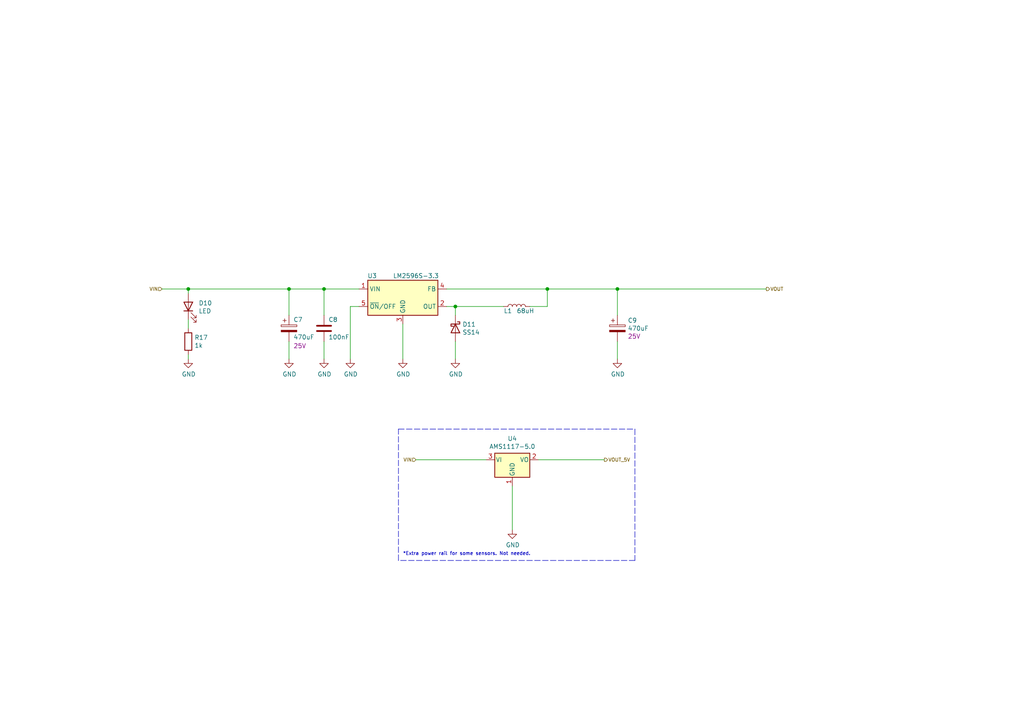
<source format=kicad_sch>
(kicad_sch (version 20211123) (generator eeschema)
  (paper "A4")
  (title_block (title "Power Supply") (date "2021-06-10") (rev "0.1") (comment 1 "https://github.com/enriquewph/esp32-ups-monitor"))
  (lib_symbols
    (symbol "Device:C" (pin_numbers hide) (pin_names (offset 0.254))
      (property "Reference" "C" (at 0.635 2.54 0))
      (property "Value" "C" (at 0.635 -2.54 0))
      (symbol "C_0_1"
        (polyline (pts (xy -2.032 -0.762) (xy 2.032 -0.762)) (stroke (width 0.508)))
        (polyline (pts (xy -2.032 0.762) (xy 2.032 0.762)) (stroke (width 0.508)))
      )
      (symbol "C_1_1"
        (pin passive line (at 0 3.81 270) (length 2.794) (name "~") (number "1"))
        (pin passive line (at 0 -3.81 90) (length 2.794) (name "~") (number "2"))
      )
    )
    (symbol "Device:L" (pin_numbers hide) (pin_names (offset 1.016) hide)
      (property "Reference" "L" (at -1.27 0 90))
      (property "Value" "L" (at 1.905 0 90))
      (symbol "L_0_1"
        (arc (start 0 -2.54) (mid 0.635 -1.905) (end 0 -1.27))
        (arc (start 0 -1.27) (mid 0.635 -0.635) (end 0 0))
        (arc (start 0 0) (mid 0.635 0.635) (end 0 1.27))
        (arc (start 0 1.27) (mid 0.635 1.905) (end 0 2.54))
      )
      (symbol "L_1_1"
        (pin passive line (at 0 3.81 270) (length 1.27) (name "1") (number "1"))
        (pin passive line (at 0 -3.81 90) (length 1.27) (name "2") (number "2"))
      )
    )
    (symbol "Device:LED" (pin_numbers hide) (pin_names (offset 1.016) hide)
      (property "Reference" "D" (at 0 2.54 0))
      (property "Value" "LED" (at 0 -2.54 0))
      (symbol "LED_0_1"
        (polyline (pts (xy -1.27 -1.27) (xy -1.27 1.27)) (stroke (width 0.254)))
        (polyline (pts (xy -1.27 0) (xy 1.27 0)))
        (polyline (pts (xy 1.27 -1.27) (xy 1.27 1.27) (xy -1.27 0) (xy 1.27 -1.27)) (stroke (width 0.254)))
        (polyline (pts (xy -3.048 -0.762) (xy -4.572 -2.286) (xy -3.81 -2.286) (xy -4.572 -2.286) (xy -4.572 -1.524)))
        (polyline (pts (xy -1.778 -0.762) (xy -3.302 -2.286) (xy -2.54 -2.286) (xy -3.302 -2.286) (xy -3.302 -1.524)))
      )
      (symbol "LED_1_1"
        (pin passive line (at -3.81 0 0) (length 2.54) (name "K") (number "1"))
        (pin passive line (at 3.81 0 180) (length 2.54) (name "A") (number "2"))
      )
    )
    (symbol "Device:R" (pin_numbers hide) (pin_names (offset 0))
      (property "Reference" "R" (at 2.032 0 90))
      (property "Value" "R" (at 0 0 90))
      (symbol "R_0_1"
        (rectangle (start -1.016 -2.54) (end 1.016 2.54) (stroke (width 0.254)))
      )
      (symbol "R_1_1"
        (pin passive line (at 0 3.81 270) (length 1.27) (name "~") (number "1"))
        (pin passive line (at 0 -3.81 90) (length 1.27) (name "~") (number "2"))
      )
    )
    (symbol "Diode:1N5822" (pin_numbers hide) (pin_names (offset 1.016) hide)
      (property "Reference" "D" (at 0 2.54 0))
      (property "Value" "1N5822" (at 0 -2.54 0))
      (symbol "1N5822_0_1"
        (polyline (pts (xy 1.27 0) (xy -1.27 0)))
        (polyline (pts (xy 1.27 1.27) (xy 1.27 -1.27) (xy -1.27 0) (xy 1.27 1.27)) (stroke (width 0.254)))
        (polyline (pts (xy -1.905 0.635) (xy -1.905 1.27) (xy -1.27 1.27) (xy -1.27 -1.27) (xy -0.635 -1.27) (xy -0.635 -0.635)) (stroke (width 0.254)))
      )
      (symbol "1N5822_1_1"
        (pin passive line (at -3.81 0 0) (length 2.54) (name "K") (number "1"))
        (pin passive line (at 3.81 0 180) (length 2.54) (name "A") (number "2"))
      )
    )
    (symbol "Regulator_Linear:AMS1117-5.0" (pin_names (offset 0.254))
      (property "Reference" "U" (at -3.81 3.175 0))
      (property "Value" "AMS1117-5.0" (at 0 3.175 0))
      (symbol "AMS1117-5.0_0_1"
        (rectangle (start -5.08 -5.08) (end 5.08 1.905) (stroke (width 0.254)) (fill (type background)))
      )
      (symbol "AMS1117-5.0_1_1"
        (pin power_in line (at 0 -7.62 90) (length 2.54) (name "GND") (number "1"))
        (pin power_out line (at 7.62 0 180) (length 2.54) (name "VO") (number "2"))
        (pin power_in line (at -7.62 0 0) (length 2.54) (name "VI") (number "3"))
      )
    )
    (symbol "Regulator_Switching:LM2596S-3.3"
      (property "Reference" "U" (at -10.16 6.35 0))
      (property "Value" "LM2596S-3.3" (at 0 6.35 0))
      (symbol "LM2596S-3.3_0_1"
        (rectangle (start -10.16 5.08) (end 10.16 -5.08) (stroke (width 0.254)) (fill (type background)))
      )
      (symbol "LM2596S-3.3_1_1"
        (pin power_in line (at -12.7 2.54 0) (length 2.54) (name "VIN") (number "1"))
        (pin output line (at 12.7 -2.54 180) (length 2.54) (name "OUT") (number "2"))
        (pin power_in line (at 0 -7.62 90) (length 2.54) (name "GND") (number "3"))
        (pin input line (at 12.7 2.54 180) (length 2.54) (name "FB") (number "4"))
        (pin input line (at -12.7 -2.54 0) (length 2.54) (name "~{ON}/OFF") (number "5"))
      )
    )
    (symbol "kicad-rescue:CP-Device" (pin_numbers hide) (pin_names (offset 0.254))
      (property "Reference" "C" (at 0.635 2.54 0))
      (property "Value" "CP-Device" (at 0.635 -2.54 0))
      (symbol "CP-Device_0_1"
        (rectangle (start -2.286 0.508) (end 2.286 1.016))
        (polyline (pts (xy -1.778 2.286) (xy -0.762 2.286)))
        (polyline (pts (xy -1.27 2.794) (xy -1.27 1.778)))
        (rectangle (start 2.286 -0.508) (end -2.286 -1.016) (fill (type outline)))
      )
      (symbol "CP-Device_1_1"
        (pin passive line (at 0 3.81 270) (length 2.794) (name "~") (number "1"))
        (pin passive line (at 0 -3.81 90) (length 2.794) (name "~") (number "2"))
      )
    )
    (symbol "power:GND" (power) (pin_names (offset 0))
      (property "Value" "GND" (at 0 -3.81 0))
      (symbol "GND_0_1"
        (polyline (pts (xy 0 0) (xy 0 -1.27) (xy 1.27 -1.27) (xy 0 -2.54) (xy -1.27 -1.27) (xy 0 -1.27)))
      )
      (symbol "GND_1_1"
        (pin power_in line (at 0 0 270) (length 0) hide (name "GND") (number "1"))
      )
    )
  )
  (junction (at 132.08 88.9))
  (junction (at 93.98 83.82))
  (junction (at 158.75 83.82))
  (junction (at 179.07 83.82))
  (junction (at 54.61 83.82))
  (junction (at 83.82 83.82))
  (wire (pts (xy 93.98 91.44) (xy 93.98 83.82)))
  (wire (pts (xy 54.61 95.25) (xy 54.61 92.71)))
  (wire (pts (xy 101.6 88.9) (xy 104.14 88.9)))
  (wire (pts (xy 158.75 83.82) (xy 158.75 88.9)))
  (wire (pts (xy 179.07 104.14) (xy 179.07 99.06)))
  (wire (pts (xy 116.84 104.14) (xy 116.84 93.98)))
  (wire (pts (xy 129.54 88.9) (xy 132.08 88.9)))
  (wire (pts (xy 156.21 133.35) (xy 175.26 133.35)))
  (wire (pts (xy 179.07 83.82) (xy 179.07 91.44)))
  (wire (pts (xy 120.65 133.35) (xy 140.97 133.35)))
  (wire (pts (xy 146.05 88.9) (xy 132.08 88.9)))
  (wire (pts (xy 158.75 83.82) (xy 179.07 83.82)))
  (wire (pts (xy 83.82 83.82) (xy 93.98 83.82)))
  (polyline (pts (xy 115.57 124.46) (xy 184.15 124.46)))
  (wire (pts (xy 54.61 83.82) (xy 83.82 83.82)))
  (wire (pts (xy 101.6 104.14) (xy 101.6 88.9)))
  (wire (pts (xy 83.82 91.44) (xy 83.82 83.82)))
  (wire (pts (xy 54.61 104.14) (xy 54.61 102.87)))
  (wire (pts (xy 179.07 83.82) (xy 222.25 83.82)))
  (wire (pts (xy 93.98 83.82) (xy 104.14 83.82)))
  (wire (pts (xy 129.54 83.82) (xy 158.75 83.82)))
  (polyline (pts (xy 115.57 162.56) (xy 115.57 124.46)))
  (polyline (pts (xy 184.15 124.46) (xy 184.15 162.56)))
  (wire (pts (xy 132.08 91.44) (xy 132.08 88.9)))
  (wire (pts (xy 46.99 83.82) (xy 54.61 83.82)))
  (wire (pts (xy 132.08 104.14) (xy 132.08 99.06)))
  (wire (pts (xy 93.98 99.06) (xy 93.98 104.14)))
  (wire (pts (xy 83.82 104.14) (xy 83.82 99.06)))
  (wire (pts (xy 153.67 88.9) (xy 158.75 88.9)))
  (polyline (pts (xy 184.15 162.56) (xy 115.57 162.56)))
  (wire (pts (xy 54.61 83.82) (xy 54.61 85.09)))
  (wire (pts (xy 148.59 153.67) (xy 148.59 140.97)))
  (text "*Extra power rail for some sensors. Not needed." (at 116.84 161.29 0) (effects (font (size 0.9906 0.9906)) (justify left bottom)))
  (hierarchical_label "VIN" (shape input) (at 46.99 83.82 180) (effects (font (size 0.9906 0.9906))))
  (hierarchical_label "VOUT" (shape output) (at 222.25 83.82 0) (effects (font (size 0.9906 0.9906))))
  (hierarchical_label "VIN" (shape input) (at 120.65 133.35 180) (effects (font (size 0.9906 0.9906))))
  (hierarchical_label "VOUT_5V" (shape output) (at 175.26 133.35 0) (effects (font (size 0.9906 0.9906))))
  (symbol (lib_id "Regulator_Switching:LM2596S-3.3") (at 116.84 86.36 0) (unit 1)
    (property "Reference" "U3" (at 107.95 80.01 0))
    (property "Value" "LM2596S-3.3" (at 120.65 80.01 0))
    (property "Footprint" "libs:TO-263-5_TabPin3" (effects hide))
    (property "Datasheet" "https://www.ti.com/general/docs/suppproductinfo.tsp?distId=10&gotoUrl=http%3A%2F%2Fwww.ti.com%2Flit%2Fgpn%2Flm2596" (effects hide))
    (property "manf#" "LM2596SX-3.3/NOPB" (effects hide))
  )
  (symbol (lib_id "power:GND") (at 54.61 104.14 0) (unit 1)
    (property "Reference" "#PWR042" (effects hide))
    (property "Value" "GND" (at 54.737 108.5342 0))
  )
  (symbol (lib_id "Device:LED") (at 54.61 88.9 90) (unit 1)
    (property "Reference" "D10" (at 57.6072 87.9094 90) (effects (justify right)))
    (property "Value" "LED" (at 57.6072 90.2208 90) (effects (justify right)))
    (property "Footprint" "LED_SMD:LED_1206_3216Metric" (effects hide))
    (property "Datasheet" "https://media.digikey.com/pdf/Data%20Sheets/Stanley%20Electric%20PDFs/1101W_Series.pdf" (effects hide))
    (property "manf#" "BR1101W-TR" (effects hide))
  )
  (symbol (lib_id "Device:R") (at 54.61 99.06 0) (unit 1)
    (property "Reference" "R17" (at 56.388 97.8916 0) (effects (justify left)))
    (property "Value" "1k" (at 56.388 100.203 0) (effects (justify left)))
    (property "Footprint" "Resistor_SMD:R_1206_3216Metric" (effects hide))
    (property "Datasheet" "https://www.yageo.com/upload/media/product/productsearch/datasheet/rchip/PYu-RC_Group_51_RoHS_L_11.pdf" (effects hide))
    (property "manf#" "RC1206FR-071KL" (effects hide))
  )
  (symbol (lib_id "power:GND") (at 93.98 104.14 0) (unit 1)
    (property "Reference" "#PWR044" (effects hide))
    (property "Value" "GND" (at 94.107 108.5342 0))
  )
  (symbol (lib_id "Device:C") (at 93.98 95.25 0) (unit 1)
    (property "Reference" "C8" (at 95.25 92.71 0) (effects (justify left)))
    (property "Value" "100nF" (at 95.25 97.79 0) (effects (justify left)))
    (property "Footprint" "Capacitor_SMD:C_1206_3216Metric_Pad1.33x1.80mm_HandSolder" (effects hide))
    (property "Datasheet" "https://www.yageo.com/upload/media/product/productsearch/datasheet/mlcc/UPY-GPHC_X7R_6.3V-to-50V_18.pdf" (effects hide))
    (property "Voltage" "50V" (effects hide))
    (property "manf#" "CC1206KRX7R9BB104" (effects hide))
  )
  (symbol (lib_id "Diode:1N5822") (at 132.08 95.25 270) (unit 1)
    (property "Reference" "D11" (at 134.112 94.0816 90) (effects (justify left)))
    (property "Value" "SS14" (at 134.112 96.393 90) (effects (justify left)))
    (property "Footprint" "Diode_SMD:D_SMA_Handsoldering" (effects hide))
    (property "Datasheet" "https://www.onsemi.com/pdf/datasheet/ss19-d.pdf" (effects hide))
    (property "manf#" "SS14" (effects hide))
  )
  (symbol (lib_id "kicad-rescue:CP-Device") (at 179.07 95.25 0) (unit 1)
    (property "Reference" "C9" (at 182.0672 92.9386 0) (effects (justify left)))
    (property "Value" "470uF" (at 182.0672 95.25 0) (effects (justify left)))
    (property "Footprint" "libs:CAP_10x10_SMD_THT" (effects hide))
    (property "Datasheet" "https://industrial.panasonic.com/cdbs/www-data/pdf/RDE0000/ABA0000C1142.pdf" (effects hide))
    (property "Voltage" "25V" (at 182.0672 97.5614 0) (effects (justify left)))
    (property "manf#" "EEE-1EA471UAP" (effects hide))
  )
  (symbol (lib_id "power:GND") (at 179.07 104.14 0) (unit 1)
    (property "Reference" "#PWR050" (effects hide))
    (property "Value" "GND" (at 179.197 108.5342 0))
  )
  (symbol (lib_id "Device:L") (at 149.86 88.9 90) (unit 1)
    (property "Reference" "L1" (at 147.32 90.17 90))
    (property "Value" "68uH" (at 152.4 90.17 90))
    (property "Footprint" "libs:L_12x12mm_H8mm" (effects hide))
    (property "Datasheet" "https://no.mouser.com/datasheet/2/336/SPM2007_08-514261.pdf" (effects hide))
    (property "manf#" "P0751.683NLT, CDRH127/LDNP-680MC" (effects hide))
  )
  (symbol (lib_id "power:GND") (at 116.84 104.14 0) (unit 1)
    (property "Reference" "#PWR046" (effects hide))
    (property "Value" "GND" (at 116.967 108.5342 0))
  )
  (symbol (lib_id "power:GND") (at 101.6 104.14 0) (unit 1)
    (property "Reference" "#PWR045" (effects hide))
    (property "Value" "GND" (at 101.727 108.5342 0))
  )
  (symbol (lib_id "power:GND") (at 132.08 104.14 0) (unit 1)
    (property "Reference" "#PWR047" (effects hide))
    (property "Value" "GND" (at 132.207 108.5342 0))
  )
  (symbol (lib_id "power:GND") (at 83.82 104.14 0) (unit 1)
    (property "Reference" "#PWR043" (effects hide))
    (property "Value" "GND" (at 83.947 108.5342 0))
  )
  (symbol (lib_id "kicad-rescue:CP-Device") (at 83.82 95.25 0) (unit 1)
    (property "Reference" "C7" (at 85.09 92.71 0) (effects (justify left)))
    (property "Value" "470uF" (at 85.09 97.79 0) (effects (justify left)))
    (property "Footprint" "libs:CAP_10x10_SMD_THT" (effects hide))
    (property "Datasheet" "https://industrial.panasonic.com/cdbs/www-data/pdf/RDE0000/ABA0000C1142.pdf" (effects hide))
    (property "Voltage" "25V" (at 85.09 100.33 0) (effects (justify left)))
    (property "manf#" "EEE-1EA471UAP" (effects hide))
  )
  (symbol (lib_id "power:GND") (at 148.59 153.67 0) (unit 1)
    (property "Reference" "#PWR048" (effects hide))
    (property "Value" "GND" (at 148.717 158.0642 0))
  )
  (symbol (lib_id "Regulator_Linear:AMS1117-5.0") (at 148.59 133.35 0) (unit 1)
    (property "Reference" "U4" (at 148.59 127.2032 0))
    (property "Value" "AMS1117-5.0" (at 148.59 129.5146 0))
    (property "Footprint" "Package_TO_SOT_SMD:SOT-223-3_TabPin2" (effects hide))
    (property "Datasheet" "http://www.advanced-monolithic.com/pdf/ds1117.pdf" (effects hide))
    (property "manf#" "LM1117MPX-5.0/NOPB" (effects hide))
  )
)
</source>
